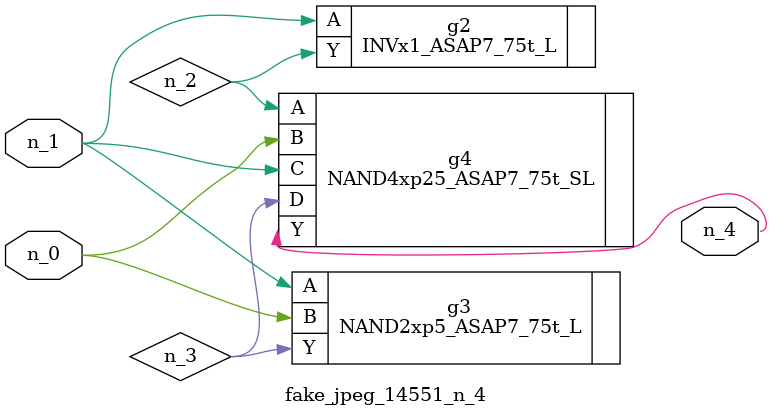
<source format=v>
module fake_jpeg_14551_n_4 (n_0, n_1, n_4);

input n_0;
input n_1;

output n_4;

wire n_2;
wire n_3;

INVx1_ASAP7_75t_L g2 ( 
.A(n_1),
.Y(n_2)
);

NAND2xp5_ASAP7_75t_L g3 ( 
.A(n_1),
.B(n_0),
.Y(n_3)
);

NAND4xp25_ASAP7_75t_SL g4 ( 
.A(n_2),
.B(n_0),
.C(n_1),
.D(n_3),
.Y(n_4)
);


endmodule
</source>
